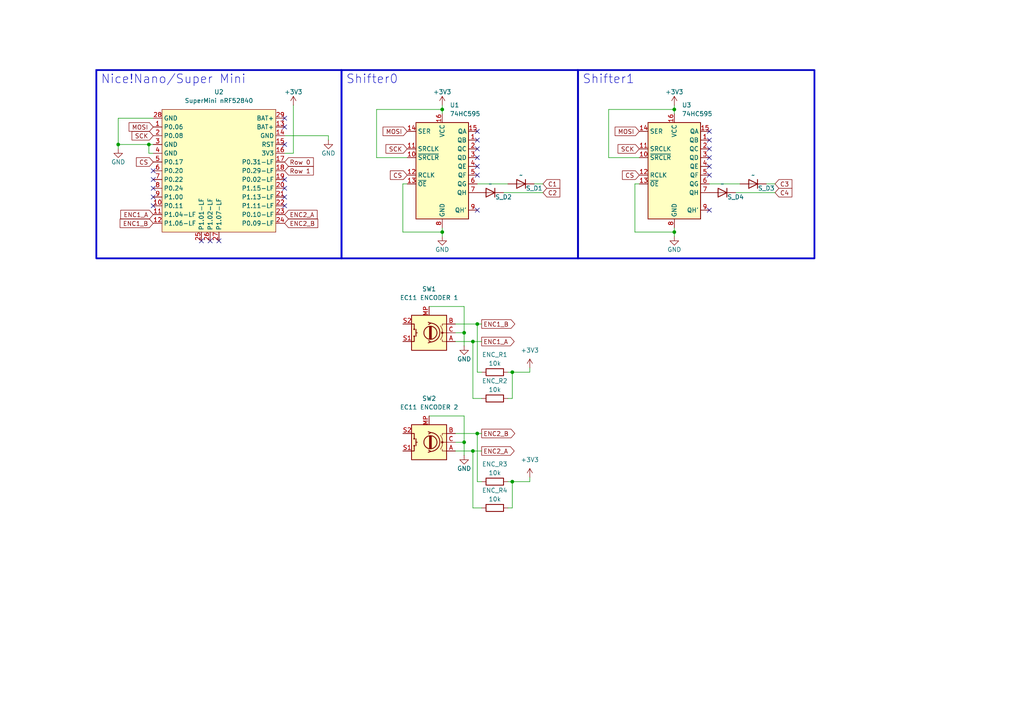
<source format=kicad_sch>
(kicad_sch (version 20250114) (generator "eeschema") (generator_version "9.0")
  (paper "A4")
  (lib_symbols
    (symbol "74xx:74HC595"
      (property "Reference" "U" (at -7.62 13.97 0))
      (property "Value" "74HC595" (at -7.62 -16.51 0))
      (symbol "74HC595_1_0"
        (pin input line (at -10.16 10.16 0) (length 2.54) (name "SER") (number "14"))
        (pin input line (at -10.16 5.08 0) (length 2.54) (name "SRCLK") (number "11"))
        (pin input line (at -10.16 2.54 0) (length 2.54) (name "~{SRCLR}") (number "10"))
        (pin input line (at -10.16 -2.54 0) (length 2.54) (name "RCLK") (number "12"))
        (pin input line (at -10.16 -5.08 0) (length 2.54) (name "~{OE}") (number "13"))
        (pin power_in line (at 0 15.24 270) (length 2.54) (name "VCC") (number "16"))
        (pin power_in line (at 0 -17.78 90) (length 2.54) (name "GND") (number "8"))
        (pin tri_state line (at 10.16 10.16 180) (length 2.54) (name "QA") (number "15"))
        (pin tri_state line (at 10.16 7.62 180) (length 2.54) (name "QB") (number "1"))
        (pin tri_state line (at 10.16 5.08 180) (length 2.54) (name "QC") (number "2"))
        (pin tri_state line (at 10.16 2.54 180) (length 2.54) (name "QD") (number "3"))
        (pin tri_state line (at 10.16 0 180) (length 2.54) (name "QE") (number "4"))
        (pin tri_state line (at 10.16 -2.54 180) (length 2.54) (name "QF") (number "5"))
        (pin tri_state line (at 10.16 -5.08 180) (length 2.54) (name "QG") (number "6"))
        (pin tri_state line (at 10.16 -7.62 180) (length 2.54) (name "QH") (number "7"))
        (pin output line (at 10.16 -12.7 180) (length 2.54) (name "QH'") (number "9"))
      )
      (symbol "74HC595_1_1"
        (rectangle (start -7.62 12.7) (end 7.62 -15.24) (stroke (width 0.254)) (fill (type background)))
      )
    )
    (symbol "Device:R" (pin_numbers (hide yes)) (pin_names (offset 0))
      (property "Reference" "R" (at 2.032 0 90))
      (property "Value" "R" (at 0 0 90))
      (symbol "R_0_1"
        (rectangle (start -1.016 -2.54) (end 1.016 2.54) (stroke (width 0.254)))
      )
      (symbol "R_1_1"
        (pin passive line (at 0 3.81 270) (length 1.27) (name "~") (number "1"))
        (pin passive line (at 0 -3.81 90) (length 1.27) (name "~") (number "2"))
      )
    )
    (symbol "Device:RotaryEncoder_Switch_MP" (pin_names (offset 0.254) (hide yes))
      (property "Reference" "SW" (at 0 8.89 0))
      (property "Value" "RotaryEncoder_Switch_MP" (at 0 6.35 0))
      (symbol "RotaryEncoder_Switch_MP_0_1"
        (rectangle (start -5.08 5.08) (end 5.08 -5.08) (stroke (width 0.254)) (fill (type background)))
        (polyline (pts (xy -5.08 2.54) (xy -3.81 2.54) (xy -3.81 2.032)))
        (polyline (pts (xy -5.08 0) (xy -3.81 0) (xy -3.81 -1.016) (xy -3.302 -2.032)))
        (polyline (pts (xy -5.08 -2.54) (xy -3.81 -2.54) (xy -3.81 -2.032)))
        (polyline (pts (xy -4.318 0) (xy -3.81 0) (xy -3.81 1.016) (xy -3.302 2.032)))
        (circle (center -3.81 0) (radius 0.254) (fill (type outline)))
        (polyline (pts (xy -0.635 -1.778) (xy -0.635 1.778)) (stroke (width 0.254)))
        (circle (center -0.381 0) (radius 1.905) (stroke (width 0.254)))
        (polyline (pts (xy -0.381 -1.778) (xy -0.381 1.778)) (stroke (width 0.254)))
        (arc (start -0.381 -2.794) (mid -3.0988 -0.0635) (end -0.381 2.667) (stroke (width 0.254)))
        (polyline (pts (xy -0.127 1.778) (xy -0.127 -1.778)) (stroke (width 0.254)))
        (polyline (pts (xy 0.254 2.921) (xy -0.508 2.667) (xy 0.127 2.286)) (stroke (width 0.254)))
        (polyline (pts (xy 0.254 -3.048) (xy -0.508 -2.794) (xy 0.127 -2.413)) (stroke (width 0.254)))
        (polyline (pts (xy 3.81 1.016) (xy 3.81 -1.016)) (stroke (width 0.254)))
        (polyline (pts (xy 3.81 0) (xy 3.429 0)) (stroke (width 0.254)))
        (circle (center 4.318 1.016) (radius 0.127) (stroke (width 0.254)))
        (circle (center 4.318 -1.016) (radius 0.127) (stroke (width 0.254)))
        (polyline (pts (xy 5.08 2.54) (xy 4.318 2.54) (xy 4.318 1.016)) (stroke (width 0.254)))
        (polyline (pts (xy 5.08 -2.54) (xy 4.318 -2.54) (xy 4.318 -1.016)) (stroke (width 0.254)))
      )
      (symbol "RotaryEncoder_Switch_MP_1_1"
        (pin passive line (at -7.62 2.54 0) (length 2.54) (name "A") (number "A"))
        (pin passive line (at -7.62 0 0) (length 2.54) (name "C") (number "C"))
        (pin passive line (at -7.62 -2.54 0) (length 2.54) (name "B") (number "B"))
        (pin passive line (at 0 -7.62 90) (length 2.54) (name "MP") (number "MP"))
        (pin passive line (at 7.62 2.54 180) (length 2.54) (name "S1") (number "S1"))
        (pin passive line (at 7.62 -2.54 180) (length 2.54) (name "S2") (number "S2"))
      )
    )
    (symbol "Diode:1N4148" (pin_numbers (hide yes)) (pin_names (hide yes))
      (property "Reference" "D" (at 0 2.54 0))
      (property "Value" "1N4148" (at 0 -2.54 0))
      (symbol "1N4148_0_1"
        (polyline (pts (xy -1.27 1.27) (xy -1.27 -1.27)) (stroke (width 0.254)))
        (polyline (pts (xy 1.27 1.27) (xy 1.27 -1.27) (xy -1.27 0) (xy 1.27 1.27)) (stroke (width 0.254)))
        (polyline (pts (xy 1.27 0) (xy -1.27 0)))
      )
      (symbol "1N4148_1_1"
        (pin passive line (at -3.81 0 0) (length 2.54) (name "K") (number "1"))
        (pin passive line (at 3.81 0 180) (length 2.54) (name "A") (number "2"))
      )
    )
    (symbol "PCM_marbastlib-promicroish:SuperMini_nRF52840" (in_bom no)
      (property "Reference" "U" (at 0 22.86 0))
      (property "Value" "SuperMini nRF52840" (at 0 20.32 0))
      (symbol "SuperMini_nRF52840_0_0"
        (pin bidirectional line (at -19.05 13.97 0) (length 2.54) (name "P0.06") (number "1"))
        (pin bidirectional line (at -19.05 11.43 0) (length 2.54) (name "P0.08") (number "2"))
        (pin power_out line (at -19.05 8.89 0) (length 2.54) (name "GND") (number "3"))
        (pin power_out line (at -19.05 6.35 0) (length 2.54) (name "GND") (number "4"))
        (pin bidirectional line (at -19.05 3.81 0) (length 2.54) (name "P0.17") (number "5"))
        (pin bidirectional line (at -19.05 1.27 0) (length 2.54) (name "P0.20") (number "6"))
        (pin bidirectional line (at -19.05 -1.27 0) (length 2.54) (name "P0.22") (number "7"))
        (pin bidirectional line (at -19.05 -3.81 0) (length 2.54) (name "P0.24") (number "8"))
        (pin bidirectional line (at -19.05 -6.35 0) (length 2.54) (name "P1.00") (number "9"))
        (pin bidirectional line (at -19.05 -8.89 0) (length 2.54) (name "P0.11") (number "10"))
        (pin bidirectional line (at -19.05 -11.43 0) (length 2.54) (name "P1.04-LF") (number "11"))
        (pin bidirectional line (at -19.05 -13.97 0) (length 2.54) (name "P1.06-LF") (number "12"))
        (pin power_out line (at 19.05 11.43 180) (length 2.54) (name "GND") (number "14"))
        (pin bidirectional line (at 19.05 8.89 180) (length 2.54) (name "RST") (number "15"))
        (pin bidirectional line (at 19.05 3.81 180) (length 2.54) (name "P0.31-LF") (number "17"))
        (pin bidirectional line (at 19.05 1.27 180) (length 2.54) (name "P0.29-LF") (number "18"))
        (pin bidirectional line (at 19.05 -1.27 180) (length 2.54) (name "P0.02-LF") (number "19"))
        (pin bidirectional line (at 19.05 -3.81 180) (length 2.54) (name "P1.15-LF") (number "20"))
        (pin bidirectional line (at 19.05 -6.35 180) (length 2.54) (name "P1.13-LF") (number "21"))
        (pin bidirectional line (at 19.05 -8.89 180) (length 2.54) (name "P1.11-LF") (number "22"))
        (pin bidirectional line (at 19.05 -13.97 180) (length 2.54) (name "P0.09-LF") (number "24"))
      )
      (symbol "SuperMini_nRF52840_1_0"
        (pin power_out line (at -19.05 16.51 0) (length 2.54) (name "GND") (number "28"))
        (pin bidirectional line (at -5.08 -19.05 90) (length 2.54) (name "P1.01-LF") (number "25"))
        (pin bidirectional line (at -2.54 -19.05 90) (length 2.54) (name "P1.02-LF") (number "26"))
        (pin bidirectional line (at 0 -19.05 90) (length 2.54) (name "P1.07-LF") (number "27"))
        (pin power_out line (at 19.05 16.51 180) (length 2.54) (name "BAT+") (number "29"))
        (pin power_out line (at 19.05 13.97 180) (length 2.54) (name "BAT+") (number "13"))
        (pin power_out line (at 19.05 6.35 180) (length 2.54) (name "3V3") (number "16"))
        (pin bidirectional line (at 19.05 -11.43 180) (length 2.54) (name "P0.10-LF") (number "23"))
      )
      (symbol "SuperMini_nRF52840_1_1"
        (rectangle (start -16.51 19.05) (end 16.51 -16.51) (fill (type background)))
      )
    )
    (symbol "power:GND" (power) (pin_numbers (hide yes)) (pin_names (offset 0) (hide yes))
      (property "Value" "GND" (at 0 -3.81 0))
      (symbol "GND_0_1"
        (polyline (pts (xy 0 0) (xy 0 -1.27) (xy 1.27 -1.27) (xy 0 -2.54) (xy -1.27 -1.27) (xy 0 -1.27)))
      )
      (symbol "GND_1_1"
        (pin power_in line (at 0 0 270) (length 0) (name "~") (number "1"))
      )
    )
    (symbol "power:VCC" (power) (pin_numbers (hide yes)) (pin_names (offset 0) (hide yes))
      (property "Value" "VCC" (at 0 3.556 0))
      (symbol "VCC_0_1"
        (polyline (pts (xy -0.762 1.27) (xy 0 2.54)))
        (polyline (pts (xy 0 2.54) (xy 0.762 1.27)))
        (polyline (pts (xy 0 0) (xy 0 2.54)))
      )
      (symbol "VCC_1_1"
        (pin power_in line (at 0 0 90) (length 0) (name "~") (number "1"))
      )
    )
  )
  (rectangle (start 99.06 20.32) (end 167.64 74.93) (stroke (width 0.508)))
  (rectangle (start 167.64 20.32) (end 236.22 74.93) (stroke (width 0.508)))
  (rectangle (start 27.94 20.32) (end 99.06 74.93) (stroke (width 0.508)))
  (text "Shifter1" (at 168.91 21.59 0) (effects (font (size 2.54 2.54)) (justify left top)))
  (text "Nice!Nano/Super Mini" (at 29.21 21.59 0) (effects (font (size 2.54 2.54)) (justify left top)))
  (text "Shifter0" (at 100.33 21.59 0) (effects (font (size 2.54 2.54)) (justify left top)))
  (junction (at 148.59 107.95))
  (junction (at 134.62 96.52))
  (junction (at 134.62 128.27))
  (junction (at 34.29 41.91))
  (junction (at 43.18 41.91))
  (junction (at 195.58 31.75))
  (junction (at 138.43 93.98))
  (junction (at 138.43 125.73))
  (junction (at 148.59 139.7))
  (junction (at 137.16 99.06))
  (junction (at 137.16 130.81))
  (junction (at 128.27 31.75))
  (junction (at 195.58 67.31))
  (junction (at 128.27 67.31))
  (no_connect (at 44.45 49.53))
  (no_connect (at 205.74 45.72))
  (no_connect (at 82.55 59.69))
  (no_connect (at 44.45 54.61))
  (no_connect (at 82.55 41.91))
  (no_connect (at 205.74 38.1))
  (no_connect (at 82.55 54.61))
  (no_connect (at 82.55 52.07))
  (no_connect (at 44.45 59.69))
  (no_connect (at 138.43 38.1))
  (no_connect (at 205.74 60.96))
  (no_connect (at 138.43 48.26))
  (no_connect (at 44.45 52.07))
  (no_connect (at 82.55 34.29))
  (no_connect (at 205.74 40.64))
  (no_connect (at 138.43 45.72))
  (no_connect (at 82.55 36.83))
  (no_connect (at 138.43 60.96))
  (no_connect (at 82.55 57.15))
  (no_connect (at 205.74 48.26))
  (no_connect (at 63.5 69.85))
  (no_connect (at 138.43 40.64))
  (no_connect (at 138.43 43.18))
  (no_connect (at 58.42 69.85))
  (no_connect (at 205.74 43.18))
  (no_connect (at 60.96 69.85))
  (no_connect (at 44.45 57.15))
  (no_connect (at 205.74 50.8))
  (no_connect (at 138.43 50.8))
  (wire (pts (xy 128.27 67.31) (xy 128.27 66.04)))
  (wire (pts (xy 137.16 130.81) (xy 132.08 130.81)))
  (wire (pts (xy 109.22 45.72) (xy 118.11 45.72)))
  (wire (pts (xy 128.27 31.75) (xy 128.27 33.02)))
  (wire (pts (xy 95.25 40.64) (xy 95.25 39.37)))
  (wire (pts (xy 138.43 93.98) (xy 132.08 93.98)))
  (wire (pts (xy 138.43 139.7) (xy 138.43 125.73)))
  (wire (pts (xy 157.48 53.34) (xy 154.94 53.34)))
  (wire (pts (xy 147.32 147.32) (xy 148.59 147.32)))
  (wire (pts (xy 82.55 39.37) (xy 95.25 39.37)))
  (wire (pts (xy 139.7 107.95) (xy 138.43 107.95)))
  (wire (pts (xy 176.53 31.75) (xy 176.53 45.72)))
  (wire (pts (xy 176.53 31.75) (xy 195.58 31.75)))
  (wire (pts (xy 153.67 139.7) (xy 153.67 138.43)))
  (wire (pts (xy 184.15 67.31) (xy 195.58 67.31)))
  (wire (pts (xy 139.7 147.32) (xy 137.16 147.32)))
  (wire (pts (xy 224.79 53.34) (xy 222.25 53.34)))
  (wire (pts (xy 43.18 44.45) (xy 44.45 44.45)))
  (wire (pts (xy 146.05 55.88) (xy 157.48 55.88)))
  (wire (pts (xy 128.27 30.48) (xy 128.27 31.75)))
  (wire (pts (xy 138.43 125.73) (xy 132.08 125.73)))
  (wire (pts (xy 148.59 115.57) (xy 148.59 107.95)))
  (wire (pts (xy 82.55 44.45) (xy 85.09 44.45)))
  (wire (pts (xy 134.62 88.9) (xy 134.62 96.52)))
  (wire (pts (xy 195.58 31.75) (xy 195.58 33.02)))
  (wire (pts (xy 134.62 132.08) (xy 134.62 128.27)))
  (wire (pts (xy 139.7 139.7) (xy 138.43 139.7)))
  (wire (pts (xy 137.16 99.06) (xy 139.7 99.06)))
  (wire (pts (xy 214.63 53.34) (xy 205.74 53.34)))
  (wire (pts (xy 147.32 53.34) (xy 138.43 53.34)))
  (wire (pts (xy 137.16 147.32) (xy 137.16 130.81)))
  (wire (pts (xy 195.58 68.58) (xy 195.58 67.31)))
  (wire (pts (xy 109.22 31.75) (xy 128.27 31.75)))
  (wire (pts (xy 124.46 120.65) (xy 134.62 120.65)))
  (wire (pts (xy 134.62 120.65) (xy 134.62 128.27)))
  (wire (pts (xy 138.43 107.95) (xy 138.43 93.98)))
  (wire (pts (xy 148.59 147.32) (xy 148.59 139.7)))
  (wire (pts (xy 137.16 130.81) (xy 139.7 130.81)))
  (wire (pts (xy 116.84 53.34) (xy 118.11 53.34)))
  (wire (pts (xy 34.29 41.91) (xy 43.18 41.91)))
  (wire (pts (xy 148.59 107.95) (xy 153.67 107.95)))
  (wire (pts (xy 195.58 67.31) (xy 195.58 66.04)))
  (wire (pts (xy 34.29 43.18) (xy 34.29 41.91)))
  (wire (pts (xy 138.43 93.98) (xy 139.7 93.98)))
  (wire (pts (xy 134.62 100.33) (xy 134.62 96.52)))
  (wire (pts (xy 116.84 53.34) (xy 116.84 67.31)))
  (wire (pts (xy 116.84 67.31) (xy 128.27 67.31)))
  (wire (pts (xy 43.18 41.91) (xy 43.18 44.45)))
  (wire (pts (xy 134.62 96.52) (xy 132.08 96.52)))
  (wire (pts (xy 85.09 30.48) (xy 85.09 44.45)))
  (wire (pts (xy 128.27 68.58) (xy 128.27 67.31)))
  (wire (pts (xy 137.16 99.06) (xy 132.08 99.06)))
  (wire (pts (xy 147.32 107.95) (xy 148.59 107.95)))
  (wire (pts (xy 139.7 115.57) (xy 137.16 115.57)))
  (wire (pts (xy 44.45 41.91) (xy 43.18 41.91)))
  (wire (pts (xy 124.46 88.9) (xy 134.62 88.9)))
  (wire (pts (xy 34.29 34.29) (xy 34.29 41.91)))
  (wire (pts (xy 134.62 128.27) (xy 132.08 128.27)))
  (wire (pts (xy 176.53 45.72) (xy 185.42 45.72)))
  (wire (pts (xy 148.59 139.7) (xy 153.67 139.7)))
  (wire (pts (xy 109.22 31.75) (xy 109.22 45.72)))
  (wire (pts (xy 184.15 53.34) (xy 185.42 53.34)))
  (wire (pts (xy 147.32 139.7) (xy 148.59 139.7)))
  (wire (pts (xy 147.32 115.57) (xy 148.59 115.57)))
  (wire (pts (xy 195.58 30.48) (xy 195.58 31.75)))
  (wire (pts (xy 137.16 115.57) (xy 137.16 99.06)))
  (wire (pts (xy 34.29 34.29) (xy 44.45 34.29)))
  (wire (pts (xy 224.79 55.88) (xy 213.36 55.88)))
  (wire (pts (xy 153.67 107.95) (xy 153.67 106.68)))
  (wire (pts (xy 138.43 125.73) (xy 139.7 125.73)))
  (wire (pts (xy 184.15 53.34) (xy 184.15 67.31)))
  (global_label "MOSI" (shape input) (at 185.42 38.1 180) (property "Intersheetrefs" "${INTERSHEET_REFS}" (effects (hide yes))))
  (global_label "SCK" (shape input) (at 185.42 43.18 180) (property "Intersheetrefs" "${INTERSHEET_REFS}" (effects (hide yes))))
  (global_label "Row 0" (shape input) (at 82.55 46.99 0) (property "Intersheetrefs" "${INTERSHEET_REFS}" (effects (hide yes))))
  (global_label "CS" (shape input) (at 185.42 50.8 180) (property "Intersheetrefs" "${INTERSHEET_REFS}" (effects (hide yes))))
  (global_label "ENC2_B" (shape output) (at 139.7 125.73 0) (property "Intersheetrefs" "${INTERSHEET_REFS}" (effects (hide yes))))
  (global_label "ENC2_A" (shape output) (at 139.7 130.81 0) (property "Intersheetrefs" "${INTERSHEET_REFS}" (effects (hide yes))))
  (global_label "ENC1_A" (shape output) (at 139.7 99.06 0) (property "Intersheetrefs" "${INTERSHEET_REFS}" (effects (hide yes))))
  (global_label "ENC1_B" (shape input) (at 44.45 64.77 180) (property "Intersheetrefs" "${INTERSHEET_REFS}" (effects (hide yes))))
  (global_label "ENC1_A" (shape input) (at 44.45 62.23 180) (property "Intersheetrefs" "${INTERSHEET_REFS}" (effects (hide yes))))
  (global_label "MOSI" (shape input) (at 118.11 38.1 180) (property "Intersheetrefs" "${INTERSHEET_REFS}" (effects (hide yes))))
  (global_label "C2" (shape input) (at 157.48 55.88 0) (property "Intersheetrefs" "${INTERSHEET_REFS}" (effects (hide yes))))
  (global_label "ENC1_B" (shape output) (at 139.7 93.98 0) (property "Intersheetrefs" "${INTERSHEET_REFS}" (effects (hide yes))))
  (global_label "Row 1" (shape input) (at 82.55 49.53 0) (property "Intersheetrefs" "${INTERSHEET_REFS}" (effects (hide yes))))
  (global_label "ENC2_A" (shape input) (at 82.55 62.23 0) (property "Intersheetrefs" "${INTERSHEET_REFS}" (effects (hide yes))))
  (global_label "CS" (shape input) (at 44.45 46.99 180) (property "Intersheetrefs" "${INTERSHEET_REFS}" (effects (hide yes))))
  (global_label "C1" (shape input) (at 157.48 53.34 0) (property "Intersheetrefs" "${INTERSHEET_REFS}" (effects (hide yes))))
  (global_label "ENC2_B" (shape input) (at 82.55 64.77 0) (property "Intersheetrefs" "${INTERSHEET_REFS}" (effects (hide yes))))
  (global_label "CS" (shape input) (at 118.11 50.8 180) (property "Intersheetrefs" "${INTERSHEET_REFS}" (effects (hide yes))))
  (global_label "MOSI" (shape input) (at 44.45 36.83 180) (property "Intersheetrefs" "${INTERSHEET_REFS}" (effects (hide yes))))
  (global_label "SCK" (shape input) (at 44.45 39.37 180) (property "Intersheetrefs" "${INTERSHEET_REFS}" (effects (hide yes))))
  (global_label "C4" (shape input) (at 224.79 55.88 0) (property "Intersheetrefs" "${INTERSHEET_REFS}" (effects (hide yes))))
  (global_label "C3" (shape input) (at 224.79 53.34 0) (property "Intersheetrefs" "${INTERSHEET_REFS}" (effects (hide yes))))
  (global_label "SCK" (shape input) (at 118.11 43.18 180) (property "Intersheetrefs" "${INTERSHEET_REFS}" (effects (hide yes))))
  (symbol (lib_id "Device:R") (at 143.51 139.7 90) (unit 1)
    (property "Reference" "ENC_R3" (at 143.51 134.62 90))
    (property "Value" "10k" (at 143.51 137.16 90))
    (property "Footprint" "Resistor_THT:R_Axial_DIN0204_L3.6mm_D1.6mm_P2.54mm_Vertical" (effects (hide yes)))
    (property "Description" "Resistor" (effects (hide yes)))
  )
  (symbol (lib_id "Device:R") (at 143.51 147.32 90) (unit 1)
    (property "Reference" "ENC_R4" (at 143.51 142.24 90))
    (property "Value" "10k" (at 143.51 144.78 90))
    (property "Footprint" "Resistor_THT:R_Axial_DIN0204_L3.6mm_D1.6mm_P2.54mm_Vertical" (effects (hide yes)))
    (property "Description" "Resistor" (effects (hide yes)))
  )
  (symbol (lib_id "power:VCC") (at 128.27 30.48 0) (unit 1)
    (property "Reference" "#PWR02" (effects (hide yes)))
    (property "Value" "+3V3" (at 128.27 26.67 0))
    (property "Description" "Power symbol creates a global label with name \"VCC\"" (effects (hide yes)))
  )
  (symbol (lib_id "power:GND") (at 134.62 100.33 0) (unit 1)
    (property "Reference" "#PWR06" (effects (hide yes)))
    (property "Value" "GND" (at 134.62 104.14 0))
    (property "Description" "Power symbol creates a global label with name \"GND\" , ground" (effects (hide yes)))
  )
  (symbol (lib_id "Diode:1N4148") (at 218.44 53.34 180) (unit 1)
    (property "Reference" "S_D3" (at 222.25 54.61 0))
    (property "Value" "~" (at 218.44 50.8 0))
    (property "Footprint" "Caon_Footprint:D_DO-35_SOD27_P2.54mm_Caon65" (effects (hide yes)))
    (property "Datasheet" "https://assets.nexperia.com/documents/data-sheet/1N4148_1N4448.pdf" (effects (hide yes)))
    (property "Description" "100V 0.15A standard switching diode, DO-35" (effects (hide yes)))
    (property "Sim.Device" "D" (effects (hide yes)))
    (property "Sim.Pins" "1=K 2=A" (effects (hide yes)))
  )
  (symbol (lib_id "power:GND") (at 134.62 132.08 0) (unit 1)
    (property "Reference" "#PWR08" (effects (hide yes)))
    (property "Value" "GND" (at 134.62 135.89 0))
    (property "Description" "Power symbol creates a global label with name \"GND\" , ground" (effects (hide yes)))
  )
  (symbol (lib_id "power:GND") (at 95.25 40.64 0) (unit 1)
    (property "Reference" "#PWR03" (effects (hide yes)))
    (property "Value" "GND" (at 95.25 44.45 0))
    (property "Description" "Power symbol creates a global label with name \"GND\" , ground" (effects (hide yes)))
  )
  (symbol (lib_id "74xx:74HC595") (at 128.27 48.26 0) (unit 1)
    (property "Reference" "U1" (at 130.4641 30.48 0) (effects (justify left)))
    (property "Value" "74HC595" (at 130.4641 33.02 0) (effects (justify left)))
    (property "Footprint" "Package_DIP:DIP-16_W7.62mm" (effects (hide yes)))
    (property "Datasheet" "http://www.ti.com/lit/ds/symlink/sn74hc595.pdf" (effects (hide yes)))
    (property "Description" "8-bit serial in/out Shift Register 3-State Outputs" (effects (hide yes)))
  )
  (symbol (lib_id "74xx:74HC595") (at 195.58 48.26 0) (unit 1)
    (property "Reference" "U3" (at 197.7741 30.48 0) (effects (justify left)))
    (property "Value" "74HC595" (at 197.7741 33.02 0) (effects (justify left)))
    (property "Footprint" "Package_DIP:DIP-16_W7.62mm" (effects (hide yes)))
    (property "Datasheet" "http://www.ti.com/lit/ds/symlink/sn74hc595.pdf" (effects (hide yes)))
    (property "Description" "8-bit serial in/out Shift Register 3-State Outputs" (effects (hide yes)))
  )
  (symbol (lib_id "Device:R") (at 143.51 107.95 90) (unit 1)
    (property "Reference" "ENC_R1" (at 143.51 102.87 90))
    (property "Value" "10k" (at 143.51 105.41 90))
    (property "Footprint" "Resistor_THT:R_Axial_DIN0204_L3.6mm_D1.6mm_P2.54mm_Vertical" (effects (hide yes)))
    (property "Description" "Resistor" (effects (hide yes)))
  )
  (symbol (lib_id "power:GND") (at 34.29 43.18 0) (unit 1)
    (property "Reference" "#PWR04" (effects (hide yes)))
    (property "Value" "GND" (at 34.29 46.99 0))
    (property "Description" "Power symbol creates a global label with name \"GND\" , ground" (effects (hide yes)))
  )
  (symbol (lib_id "Device:R") (at 143.51 115.57 90) (unit 1)
    (property "Reference" "ENC_R2" (at 143.51 110.49 90))
    (property "Value" "10k" (at 143.51 113.03 90))
    (property "Footprint" "Resistor_THT:R_Axial_DIN0204_L3.6mm_D1.6mm_P2.54mm_Vertical" (effects (hide yes)))
    (property "Description" "Resistor" (effects (hide yes)))
  )
  (symbol (lib_id "Diode:1N4148") (at 142.24 55.88 180) (unit 1)
    (property "Reference" "S_D2" (at 146.05 57.15 0))
    (property "Value" "~" (at 142.24 53.34 0))
    (property "Footprint" "Caon_Footprint:D_DO-35_SOD27_P2.54mm_Caon65" (effects (hide yes)))
    (property "Datasheet" "https://assets.nexperia.com/documents/data-sheet/1N4148_1N4448.pdf" (effects (hide yes)))
    (property "Description" "100V 0.15A standard switching diode, DO-35" (effects (hide yes)))
    (property "Sim.Device" "D" (effects (hide yes)))
    (property "Sim.Pins" "1=K 2=A" (effects (hide yes)))
  )
  (symbol (lib_id "Device:RotaryEncoder_Switch_MP") (at 124.46 96.52 180) (unit 1)
    (property "Reference" "SW1" (at 124.46 83.82 0))
    (property "Value" "EC11 ENCODER 1" (at 124.46 86.36 0))
    (property "Footprint" "PCM_marbastlib-various:ROT_Alps_EC11E-Switch" (effects (hide yes)))
    (property "Description" "Rotary encoder, dual channel, incremental quadrate outputs, with switch and MP Pin" (effects (hide yes)))
  )
  (symbol (lib_id "power:VCC") (at 153.67 106.68 0) (unit 1)
    (property "Reference" "#PWR07" (effects (hide yes)))
    (property "Value" "+3V3" (at 153.67 101.6 0))
    (property "Description" "Power symbol creates a global label with name \"VCC\"" (effects (hide yes)))
  )
  (symbol (lib_id "power:VCC") (at 85.09 30.48 0) (unit 1)
    (property "Reference" "#PWR01" (effects (hide yes)))
    (property "Value" "+3V3" (at 85.09 26.67 0))
    (property "Description" "Power symbol creates a global label with name \"VCC\"" (effects (hide yes)))
  )
  (symbol (lib_id "Device:RotaryEncoder_Switch_MP") (at 124.46 128.27 180) (unit 1)
    (property "Reference" "SW2" (at 124.46 115.57 0))
    (property "Value" "EC11 ENCODER 2" (at 124.46 118.11 0))
    (property "Footprint" "PCM_marbastlib-various:ROT_Alps_EC11E-Switch" (effects (hide yes)))
    (property "Description" "Rotary encoder, dual channel, incremental quadrate outputs, with switch and MP Pin" (effects (hide yes)))
  )
  (symbol (lib_id "power:VCC") (at 153.67 138.43 0) (unit 1)
    (property "Reference" "#PWR09" (effects (hide yes)))
    (property "Value" "+3V3" (at 153.67 133.35 0))
    (property "Description" "Power symbol creates a global label with name \"VCC\"" (effects (hide yes)))
  )
  (symbol (lib_id "Diode:1N4148") (at 151.13 53.34 180) (unit 1)
    (property "Reference" "S_D1" (at 154.94 54.61 0))
    (property "Value" "~" (at 151.13 50.8 0))
    (property "Footprint" "Caon_Footprint:D_DO-35_SOD27_P2.54mm_Caon65" (effects (hide yes)))
    (property "Datasheet" "https://assets.nexperia.com/documents/data-sheet/1N4148_1N4448.pdf" (effects (hide yes)))
    (property "Description" "100V 0.15A standard switching diode, DO-35" (effects (hide yes)))
    (property "Sim.Device" "D" (effects (hide yes)))
    (property "Sim.Pins" "1=K 2=A" (effects (hide yes)))
  )
  (symbol (lib_id "power:GND") (at 195.58 68.58 0) (unit 1)
    (property "Reference" "#PWR011" (effects (hide yes)))
    (property "Value" "GND" (at 195.58 72.39 0))
    (property "Description" "Power symbol creates a global label with name \"GND\" , ground" (effects (hide yes)))
  )
  (symbol (lib_id "power:VCC") (at 195.58 30.48 0) (unit 1)
    (property "Reference" "#PWR010" (effects (hide yes)))
    (property "Value" "+3V3" (at 195.58 26.67 0))
    (property "Description" "Power symbol creates a global label with name \"VCC\"" (effects (hide yes)))
  )
  (symbol (lib_id "power:GND") (at 128.27 68.58 0) (unit 1)
    (property "Reference" "#PWR05" (effects (hide yes)))
    (property "Value" "GND" (at 128.27 72.39 0))
    (property "Description" "Power symbol creates a global label with name \"GND\" , ground" (effects (hide yes)))
  )
  (symbol (lib_id "Diode:1N4148") (at 209.55 55.88 180) (unit 1)
    (property "Reference" "S_D4" (at 213.36 57.15 0))
    (property "Value" "~" (at 209.55 53.34 0))
    (property "Footprint" "Caon_Footprint:D_DO-35_SOD27_P2.54mm_Caon65" (effects (hide yes)))
    (property "Datasheet" "https://assets.nexperia.com/documents/data-sheet/1N4148_1N4448.pdf" (effects (hide yes)))
    (property "Description" "100V 0.15A standard switching diode, DO-35" (effects (hide yes)))
    (property "Sim.Device" "D" (effects (hide yes)))
    (property "Sim.Pins" "1=K 2=A" (effects (hide yes)))
  )
  (symbol (lib_id "PCM_marbastlib-promicroish:SuperMini_nRF52840") (at 63.5 50.8 0) (unit 1) (in_bom no)
    (property "Reference" "U2" (at 63.5 26.67 0))
    (property "Value" "SuperMini nRF52840" (at 63.5 29.21 0))
    (property "Footprint" "Caon_Footprint:SuperMini_NiceNano_USBdn" (effects (hide yes)))
    (property "Datasheet" "https://wiki.icbbuy.com/doku.php?id=developmentboard:nrf52840" (effects (hide yes)))
    (property "Description" "Symbol for an nicekeyboards nice!nano" (effects (hide yes)))
  )
)
</source>
